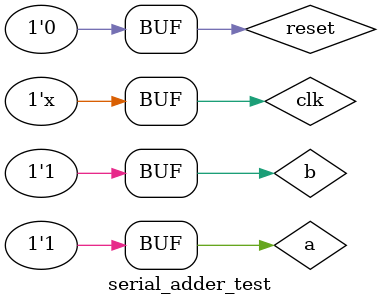
<source format=v>
`timescale 1ns / 1ps


module serial_adder_test();
    wire s,c_out;
    reg a,b,clk = 0,reset=0;
    
    always #10 clk = ~clk;
    
    serial_adder sa(s,c_out,a,b,clk,reset);
    
    initial begin
        #5
        a = 1; b = 1;
        #20
        a = 1; b = 1;
        #20
        a = 1; b = 1;
        #20
        a = 0; b = 1;
        #20
        a = 1; b = 1;
        #20
        reset = 1;
        #20
        reset = 0;
        a = 1; b = 1;
        #20
        a = 1; b = 1;
    end
endmodule

</source>
